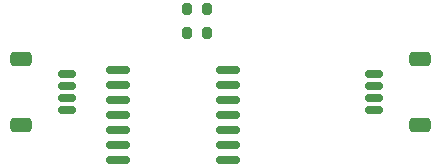
<source format=gbr>
%TF.GenerationSoftware,KiCad,Pcbnew,7.0.6*%
%TF.CreationDate,2023-09-04T11:25:06+01:00*%
%TF.ProjectId,working,776f726b-696e-4672-9e6b-696361645f70,rev?*%
%TF.SameCoordinates,Original*%
%TF.FileFunction,Paste,Top*%
%TF.FilePolarity,Positive*%
%FSLAX46Y46*%
G04 Gerber Fmt 4.6, Leading zero omitted, Abs format (unit mm)*
G04 Created by KiCad (PCBNEW 7.0.6) date 2023-09-04 11:25:06*
%MOMM*%
%LPD*%
G01*
G04 APERTURE LIST*
G04 Aperture macros list*
%AMRoundRect*
0 Rectangle with rounded corners*
0 $1 Rounding radius*
0 $2 $3 $4 $5 $6 $7 $8 $9 X,Y pos of 4 corners*
0 Add a 4 corners polygon primitive as box body*
4,1,4,$2,$3,$4,$5,$6,$7,$8,$9,$2,$3,0*
0 Add four circle primitives for the rounded corners*
1,1,$1+$1,$2,$3*
1,1,$1+$1,$4,$5*
1,1,$1+$1,$6,$7*
1,1,$1+$1,$8,$9*
0 Add four rect primitives between the rounded corners*
20,1,$1+$1,$2,$3,$4,$5,0*
20,1,$1+$1,$4,$5,$6,$7,0*
20,1,$1+$1,$6,$7,$8,$9,0*
20,1,$1+$1,$8,$9,$2,$3,0*%
G04 Aperture macros list end*
%ADD10RoundRect,0.200000X-0.200000X-0.275000X0.200000X-0.275000X0.200000X0.275000X-0.200000X0.275000X0*%
%ADD11RoundRect,0.150000X-0.625000X0.150000X-0.625000X-0.150000X0.625000X-0.150000X0.625000X0.150000X0*%
%ADD12RoundRect,0.250000X-0.650000X0.350000X-0.650000X-0.350000X0.650000X-0.350000X0.650000X0.350000X0*%
%ADD13RoundRect,0.150000X0.625000X-0.150000X0.625000X0.150000X-0.625000X0.150000X-0.625000X-0.150000X0*%
%ADD14RoundRect,0.250000X0.650000X-0.350000X0.650000X0.350000X-0.650000X0.350000X-0.650000X-0.350000X0*%
%ADD15RoundRect,0.150000X-0.875000X-0.150000X0.875000X-0.150000X0.875000X0.150000X-0.875000X0.150000X0*%
G04 APERTURE END LIST*
D10*
%TO.C,R1*%
X-1175000Y7000000D03*
X-2825000Y7000000D03*
%TD*%
%TO.C,R2*%
X-1175000Y5000000D03*
X-2825000Y5000000D03*
%TD*%
D11*
%TO.C,J2*%
X-13000000Y1500000D03*
X-13000000Y500000D03*
X-13000000Y-500000D03*
X-13000000Y-1500000D03*
D12*
X-16875000Y2800000D03*
X-16875000Y-2800000D03*
%TD*%
D13*
%TO.C,J1*%
X13000000Y-1500000D03*
X13000000Y-500000D03*
X13000000Y500000D03*
X13000000Y1500000D03*
D14*
X16875000Y-2800000D03*
X16875000Y2800000D03*
%TD*%
D15*
%TO.C,U1*%
X-8650000Y1810000D03*
X-8650000Y540000D03*
X-8650000Y-730000D03*
X-8650000Y-2000000D03*
X-8650000Y-3270000D03*
X-8650000Y-4540000D03*
X-8650000Y-5810000D03*
X650000Y-5810000D03*
X650000Y-4540000D03*
X650000Y-3270000D03*
X650000Y-2000000D03*
X650000Y-730000D03*
X650000Y540000D03*
X650000Y1810000D03*
%TD*%
M02*

</source>
